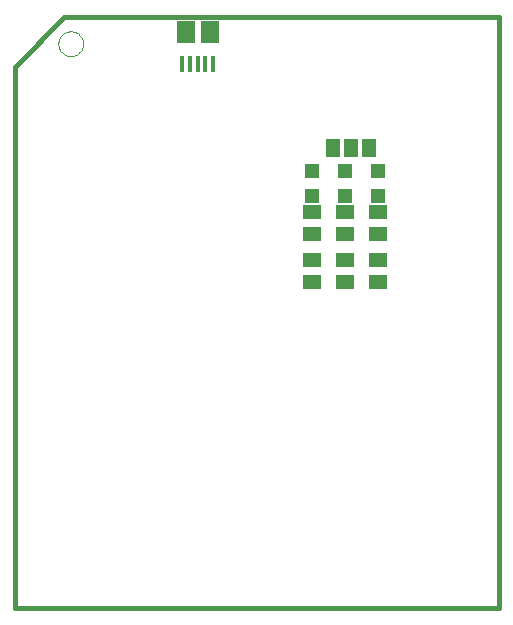
<source format=gtp>
G75*
%MOIN*%
%OFA0B0*%
%FSLAX24Y24*%
%IPPOS*%
%LPD*%
%AMOC8*
5,1,8,0,0,1.08239X$1,22.5*
%
%ADD10C,0.0160*%
%ADD11C,0.0000*%
%ADD12R,0.0472X0.0472*%
%ADD13R,0.0591X0.0512*%
%ADD14R,0.0157X0.0531*%
%ADD15R,0.0591X0.0748*%
%ADD16R,0.0460X0.0630*%
D10*
X002057Y000180D02*
X018199Y000180D01*
X018199Y019865D01*
X003710Y019865D01*
X002057Y018211D01*
X002057Y000180D01*
D11*
X003514Y018979D02*
X003516Y019019D01*
X003522Y019060D01*
X003532Y019099D01*
X003545Y019137D01*
X003563Y019174D01*
X003584Y019208D01*
X003608Y019241D01*
X003635Y019271D01*
X003665Y019298D01*
X003698Y019322D01*
X003732Y019343D01*
X003769Y019361D01*
X003807Y019374D01*
X003846Y019384D01*
X003887Y019390D01*
X003927Y019392D01*
X003967Y019390D01*
X004008Y019384D01*
X004047Y019374D01*
X004085Y019361D01*
X004122Y019343D01*
X004156Y019322D01*
X004189Y019298D01*
X004219Y019271D01*
X004246Y019241D01*
X004270Y019208D01*
X004291Y019174D01*
X004309Y019137D01*
X004322Y019099D01*
X004332Y019060D01*
X004338Y019019D01*
X004340Y018979D01*
X004338Y018939D01*
X004332Y018898D01*
X004322Y018859D01*
X004309Y018821D01*
X004291Y018784D01*
X004270Y018750D01*
X004246Y018717D01*
X004219Y018687D01*
X004189Y018660D01*
X004156Y018636D01*
X004122Y018615D01*
X004085Y018597D01*
X004047Y018584D01*
X004008Y018574D01*
X003967Y018568D01*
X003927Y018566D01*
X003887Y018568D01*
X003846Y018574D01*
X003807Y018584D01*
X003769Y018597D01*
X003732Y018615D01*
X003698Y018636D01*
X003665Y018660D01*
X003635Y018687D01*
X003608Y018717D01*
X003584Y018750D01*
X003563Y018784D01*
X003545Y018821D01*
X003532Y018859D01*
X003522Y018898D01*
X003516Y018939D01*
X003514Y018979D01*
D12*
X011959Y014747D03*
X011959Y013920D03*
X013061Y013920D03*
X013061Y014747D03*
X014183Y014727D03*
X014183Y013900D03*
D13*
X014183Y013369D03*
X014183Y012621D03*
X014183Y011774D03*
X014183Y011026D03*
X013061Y011026D03*
X013061Y011774D03*
X013061Y012621D03*
X013061Y013369D03*
X011959Y013369D03*
X011959Y012621D03*
X011959Y011774D03*
X011959Y011026D03*
D14*
X008671Y018320D03*
X008415Y018320D03*
X008159Y018320D03*
X007903Y018320D03*
X007648Y018320D03*
D15*
X007766Y019369D03*
X008553Y019373D03*
D16*
X012677Y015515D03*
X013277Y015515D03*
X013877Y015515D03*
M02*

</source>
